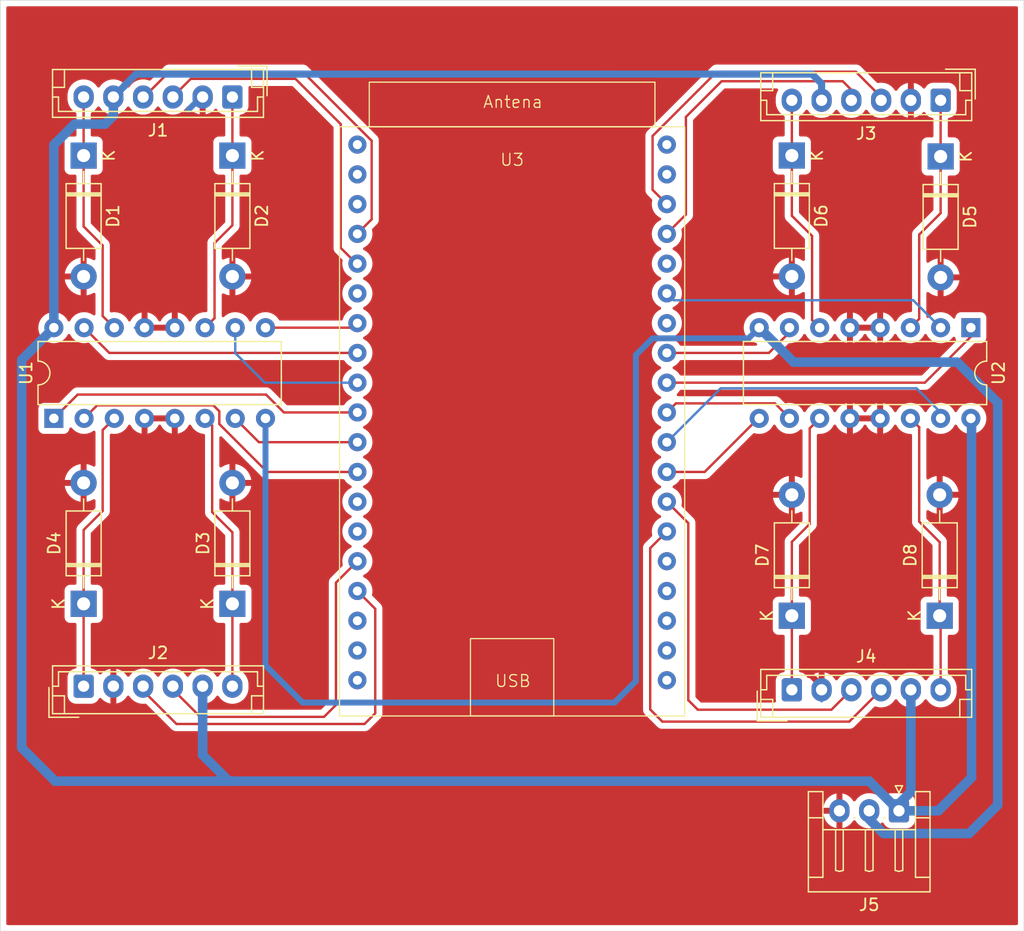
<source format=kicad_pcb>
(kicad_pcb (version 20241229) (generator "pcbnew") (generator_version "9.0")
  (title_block (title "Wheels PCB") (date "2025-04-01") (rev "1.0.0") (company "Manuel Piña Olivas"))
  (layers (0 "F.Cu" signal) (2 "B.Cu" signal) (13 "F.Paste" user) (15 "B.Paste" user) (5 "F.SilkS" user "F.Silkscreen") (7 "B.SilkS" user "B.Silkscreen") (1 "F.Mask" user) (3 "B.Mask" user) (25 "Edge.Cuts" user))
  (net 0 "")
  (net 1 "Net-(D1-K)")
  (net 2 "GND")
  (net 3 "Net-(D2-K)")
  (net 4 "Net-(D3-K)")
  (net 5 "Net-(D4-K)")
  (net 6 "Net-(D5-K)")
  (net 7 "Net-(D6-K)")
  (net 8 "Net-(D7-K)")
  (net 9 "Net-(D8-K)")
  (net 10 "Net-(J1-Pin_4)")
  (net 11 "Net-(J1-Pin_3)")
  (net 12 "+5V")
  (net 13 "Net-(J2-Pin_4)")
  (net 14 "Net-(J2-Pin_3)")
  (net 15 "Net-(J3-Pin_3)")
  (net 16 "Net-(J3-Pin_4)")
  (net 17 "Net-(J4-Pin_3)")
  (net 18 "Net-(J4-Pin_4)")
  (net 19 "+12V")
  (net 20 "Net-(U1-EN1,2)")
  (net 21 "Net-(U1-2A)")
  (net 22 "Net-(U1-4A)")
  (net 23 "Net-(U1-3A)")
  (net 24 "Net-(U1-EN3,4)")
  (net 25 "Net-(U1-1A)")
  (net 26 "Net-(U2-2A)")
  (net 27 "Net-(U2-3A)")
  (net 28 "Net-(U2-EN3,4)")
  (net 29 "Net-(U2-EN1,2)")
  (net 30 "Net-(U2-4A)")
  (net 31 "Net-(U2-1A)")
  (footprint "Package_DIP:DIP-16_W7.62mm" (layer "F.Cu") (at 113.5 88.725 90)
    (property "Reference" "U1" (at 3.81 -2.33 90) (layer "F.SilkS"))
    (property "Value" "L293D")
    (fp_line (start 6.46 -1.33) (end 4.81 -1.33) (stroke (width 0.12)) (layer "F.SilkS"))
    (fp_line (start 2.81 -1.33) (end 1.16 -1.33) (stroke (width 0.12)) (layer "F.SilkS"))
    (fp_line (start 1.16 -1.33) (end 1.16 19.11) (stroke (width 0.12)) (layer "F.SilkS"))
    (fp_line (start 6.46 19.11) (end 6.46 -1.33) (stroke (width 0.12)) (layer "F.SilkS"))
    (fp_line (start 1.16 19.11) (end 6.46 19.11) (stroke (width 0.12)) (layer "F.SilkS"))
    (fp_arc (start 4.81 -1.33) (mid 3.81 -0.33) (end 2.81 -1.33) (stroke (width 0.12)) (layer "F.SilkS"))
    (pad "1" thru_hole rect (at 0 0 90) (size 1.6 1.6) (drill 0.8) (layers "*.Cu" "*.Mask") (net 20 "Net-(U1-EN1,2)"))
    (pad "2" thru_hole oval (at 0 2.54 90) (size 1.6 1.6) (drill 0.8) (layers "*.Cu" "*.Mask") (net 25 "Net-(U1-1A)"))
    (pad "3" thru_hole oval (at 0 5.08 90) (size 1.6 1.6) (drill 0.8) (layers "*.Cu" "*.Mask") (net 5 "Net-(D4-K)"))
    (pad "4" thru_hole oval (at 0 7.62 90) (size 1.6 1.6) (drill 0.8) (layers "*.Cu" "*.Mask") (net 2 "GND"))
    (pad "5" thru_hole oval (at 0 10.16 90) (size 1.6 1.6) (drill 0.8) (layers "*.Cu" "*.Mask") (net 2 "GND"))
    (pad "6" thru_hole oval (at 0 12.7 90) (size 1.6 1.6) (drill 0.8) (layers "*.Cu" "*.Mask") (net 4 "Net-(D3-K)"))
    (pad "7" thru_hole oval (at 0 15.24 90) (size 1.6 1.6) (drill 0.8) (layers "*.Cu" "*.Mask") (net 21 "Net-(U1-2A)"))
    (pad "8" thru_hole oval (at 0 17.78 90) (size 1.6 1.6) (drill 0.8) (layers "*.Cu" "*.Mask") (net 19 "+12V"))
    (pad "9" thru_hole oval (at 7.62 17.78 90) (size 1.6 1.6) (drill 0.8) (layers "*.Cu" "*.Mask") (net 24 "Net-(U1-EN3,4)"))
    (pad "10" thru_hole oval (at 7.62 15.24 90) (size 1.6 1.6) (drill 0.8) (layers "*.Cu" "*.Mask") (net 23 "Net-(U1-3A)"))
    (pad "11" thru_hole oval (at 7.62 12.7 90) (size 1.6 1.6) (drill 0.8) (layers "*.Cu" "*.Mask") (net 3 "Net-(D2-K)"))
    (pad "12" thru_hole oval (at 7.62 10.16 90) (size 1.6 1.6) (drill 0.8) (layers "*.Cu" "*.Mask") (net 2 "GND"))
    (pad "13" thru_hole oval (at 7.62 7.62 90) (size 1.6 1.6) (drill 0.8) (layers "*.Cu" "*.Mask") (net 2 "GND"))
    (pad "14" thru_hole oval (at 7.62 5.08 90) (size 1.6 1.6) (drill 0.8) (layers "*.Cu" "*.Mask") (net 1 "Net-(D1-K)"))
    (pad "15" thru_hole oval (at 7.62 2.54 90) (size 1.6 1.6) (drill 0.8) (layers "*.Cu" "*.Mask") (net 22 "Net-(U1-4A)"))
    (pad "16" thru_hole oval (at 7.62 0 90) (size 1.6 1.6) (drill 0.8) (layers "*.Cu" "*.Mask") (net 12 "+5V"))
  )
  (footprint "Diode_THT:D_DO-41_SOD81_P10.16mm_Horizontal" (layer "F.Cu") (at 128.5 104.305 90)
    (property "Reference" "D3" (at 5.08 -2.47 90) (layer "F.SilkS"))
    (property "Value" "1N4001")
    (fp_line (start 7.8 -1.47) (end 2.36 -1.47) (stroke (width 0.12)) (layer "F.SilkS"))
    (fp_line (start 3.38 -1.47) (end 3.38 1.47) (stroke (width 0.12)) (layer "F.SilkS"))
    (fp_line (start 3.26 -1.47) (end 3.26 1.47) (stroke (width 0.12)) (layer "F.SilkS"))
    (fp_line (start 3.14 -1.47) (end 3.14 1.47) (stroke (width 0.12)) (layer "F.SilkS"))
    (fp_line (start 2.36 -1.47) (end 2.36 1.47) (stroke (width 0.12)) (layer "F.SilkS"))
    (fp_line (start 8.82 0) (end 7.8 0) (stroke (width 0.12)) (layer "F.SilkS"))
    (fp_line (start 1.34 0) (end 2.36 0) (stroke (width 0.12)) (layer "F.SilkS"))
    (fp_line (start 7.8 1.47) (end 7.8 -1.47) (stroke (width 0.12)) (layer "F.SilkS"))
    (fp_line (start 2.36 1.47) (end 7.8 1.47) (stroke (width 0.12)) (layer "F.SilkS"))
    (fp_text user "K" (at 0 -2.1 90) (layer "F.SilkS"))
    (pad "1" thru_hole rect (at 0 0 90) (size 2.2 2.2) (drill 1.1) (layers "*.Cu" "*.Mask") (net 4 "Net-(D3-K)"))
    (pad "2" thru_hole oval (at 10.16 0 90) (size 2.2 2.2) (drill 1.1) (layers "*.Cu" "*.Mask") (net 2 "GND"))
  )
  (footprint "Connector_JST:JST_EH_S3B-EH_1x03_P2.50mm_Horizontal" (layer "F.Cu") (at 184.5 121.6925 180)
    (property "Reference" "J5" (at 2.5 -7.9 0) (layer "F.SilkS"))
    (property "Value" "Conn_01x03")
    (fp_line (start 7.61 1.61) (end 6.39 1.61) (stroke (width 0.12)) (layer "F.SilkS"))
    (fp_line (start 7.61 -5.59) (end 6.39 -5.59) (stroke (width 0.12)) (layer "F.SilkS"))
    (fp_line (start 7.61 -6.81) (end 7.61 1.61) (stroke (width 0.12)) (layer "F.SilkS"))
    (fp_line (start 6.39 1.61) (end 6.39 -0.59) (stroke (width 0.12)) (layer "F.SilkS"))
    (fp_line (start 6.39 -0.59) (end 7.61 -0.59) (stroke (width 0.12)) (layer "F.SilkS"))
    (fp_line (start 6.39 -5.59) (end 6.39 -0.59) (stroke (width 0.12)) (layer "F.SilkS"))
    (fp_line (start 5.32 -1.59) (end 5 -1.59) (stroke (width 0.12)) (layer "F.SilkS"))
    (fp_line (start 5.32 -5.01) (end 5.32 -1.59) (stroke (width 0.12)) (layer "F.SilkS"))
    (fp_line (start 5 -1.59) (end 4.68 -1.59) (stroke (width 0.12)) (layer "F.SilkS"))
    (fp_line (start 5 -5.09) (end 5.32 -5.01) (stroke (width 0.12)) (layer "F.SilkS"))
    (fp_line (start 4.68 -1.59) (end 4.68 -5.01) (stroke (width 0.12)) (layer "F.SilkS"))
    (fp_line (start 4.68 -5.01) (end 5 -5.09) (stroke (width 0.12)) (layer "F.SilkS"))
    (fp_line (start 3.67 -0.59) (end 3.83 -0.59) (stroke (width 0.12)) (layer "F.SilkS"))
    (fp_line (start 2.82 -1.59) (end 2.5 -1.59) (stroke (width 0.12)) (layer "F.SilkS"))
    (fp_line (start 2.82 -5.01) (end 2.82 -1.59) (stroke (width 0.12)) (layer "F.SilkS"))
    (fp_line (start 2.5 -1.59) (end 2.18 -1.59) (stroke (width 0.12)) (layer "F.SilkS"))
    (fp_line (start 2.5 -5.09) (end 2.82 -5.01) (stroke (width 0.12)) (layer "F.SilkS"))
    (fp_line (start 2.18 -1.59) (end 2.18 -5.01) (stroke (width 0.12)) (layer "F.SilkS"))
    (fp_line (start 2.18 -5.01) (end 2.5 -5.09) (stroke (width 0.12)) (layer "F.SilkS"))
    (fp_line (start 1.17 -0.59) (end 1.33 -0.59) (stroke (width 0.12)) (layer "F.SilkS"))
    (fp_line (start 0.32 -1.59) (end 0 -1.59) (stroke (width 0.12)) (layer "F.SilkS"))
    (fp_line (start 0.32 -5.01) (end 0.32 -1.59) (stroke (width 0.12)) (layer "F.SilkS"))
    (fp_line (start 0.3 2.1) (end 0 1.5) (stroke (width 0.12)) (layer "F.SilkS"))
    (fp_line (start 0 1.5) (end -0.3 2.1) (stroke (width 0.12)) (layer "F.SilkS"))
    (fp_line (start 0 -1.59) (end -0.32 -1.59) (stroke (width 0.12)) (layer "F.SilkS"))
    (fp_line (start 0 -5.09) (end 0.32 -5.01) (stroke (width 0.12)) (layer "F.SilkS"))
    (fp_line (start -0.3 2.1) (end 0.3 2.1) (stroke (width 0.12)) (layer "F.SilkS"))
    (fp_line (start -0.32 -1.59) (end -0.32 -5.01) (stroke (width 0.12)) (layer "F.SilkS"))
    (fp_line (start -0.32 -5.01) (end 0 -5.09) (stroke (width 0.12)) (layer "F.SilkS"))
    (fp_line (start -1.39 1.61) (end -2.61 1.61) (stroke (width 0.12)) (layer "F.SilkS"))
    (fp_line (start -1.39 -0.59) (end -1.39 1.61) (stroke (width 0.12)) (layer "F.SilkS"))
    (fp_line (start -1.39 -0.59) (end -2.61 -0.59) (stroke (width 0.12)) (layer "F.SilkS"))
    (fp_line (start -1.39 -1.59) (end 6.39 -1.59) (stroke (width 0.12)) (layer "F.SilkS"))
    (fp_line (start -1.39 -5.59) (end -1.39 -0.59) (stroke (width 0.12)) (layer "F.SilkS"))
    (fp_line (start -2.61 1.61) (end -2.61 -6.81) (stroke (width 0.12)) (layer "F.SilkS"))
    (fp_line (start -2.61 -5.59) (end -1.39 -5.59) (stroke (width 0.12)) (layer "F.SilkS"))
    (fp_line (start -2.61 -6.81) (end 7.61 -6.81) (stroke (width 0.12)) (layer "F.SilkS"))
    (pad "1" thru_hole roundrect (at 0 0 180) (size 1.7 1.95) (drill 0.95) (layers "*.Cu" "*.Mask") (roundrect_rratio 0.147059) (net 12 "+5V"))
    (pad "2" thru_hole oval (at 2.5 0 180) (size 1.7 1.95) (drill 0.95) (layers "*.Cu" "*.Mask") (net 19 "+12V"))
    (pad "3" thru_hole oval (at 5 0 180) (size 1.7 1.95) (drill 0.95) (layers "*.Cu" "*.Mask") (net 2 "GND"))
  )
  (footprint "Diode_THT:D_DO-41_SOD81_P10.16mm_Horizontal" (layer "F.Cu") (at 128.5 66.645 -90)
    (property "Reference" "D2" (at 5.08 -2.47 90) (layer "F.SilkS"))
    (property "Value" "1N4001")
    (fp_line (start 2.36 1.47) (end 7.8 1.47) (stroke (width 0.12)) (layer "F.SilkS"))
    (fp_line (start 7.8 1.47) (end 7.8 -1.47) (stroke (width 0.12)) (layer "F.SilkS"))
    (fp_line (start 1.34 0) (end 2.36 0) (stroke (width 0.12)) (layer "F.SilkS"))
    (fp_line (start 8.82 0) (end 7.8 0) (stroke (width 0.12)) (layer "F.SilkS"))
    (fp_line (start 2.36 -1.47) (end 2.36 1.47) (stroke (width 0.12)) (layer "F.SilkS"))
    (fp_line (start 3.14 -1.47) (end 3.14 1.47) (stroke (width 0.12)) (layer "F.SilkS"))
    (fp_line (start 3.26 -1.47) (end 3.26 1.47) (stroke (width 0.12)) (layer "F.SilkS"))
    (fp_line (start 3.38 -1.47) (end 3.38 1.47) (stroke (width 0.12)) (layer "F.SilkS"))
    (fp_line (start 7.8 -1.47) (end 2.36 -1.47) (stroke (width 0.12)) (layer "F.SilkS"))
    (fp_text user "K" (at 0 -2.1 90) (layer "F.SilkS"))
    (pad "1" thru_hole rect (at 0 0 270) (size 2.2 2.2) (drill 1.1) (layers "*.Cu" "*.Mask") (net 3 "Net-(D2-K)"))
    (pad "2" thru_hole oval (at 10.16 0 270) (size 2.2 2.2) (drill 1.1) (layers "*.Cu" "*.Mask") (net 2 "GND"))
  )
  (footprint "Connector_JST:JST_EH_B6B-EH-A_1x06_P2.50mm_Vertical" (layer "F.Cu") (at 116 111.225)
    (property "Reference" "J2" (at 6.25 -2.8 0) (layer "F.SilkS"))
    (property "Value" "Motor_2")
    (fp_line (start -2.91 0.11) (end -2.91 2.61) (stroke (width 0.12)) (layer "F.SilkS"))
    (fp_line (start -2.91 2.61) (end -0.41 2.61) (stroke (width 0.12)) (layer "F.SilkS"))
    (fp_line (start -2.61 -1.71) (end -2.61 2.31) (stroke (width 0.12)) (layer "F.SilkS"))
    (fp_line (start -2.61 0) (end -2.11 0) (stroke (width 0.12)) (layer "F.SilkS"))
    (fp_line (start -2.61 0.81) (end -1.61 0.81) (stroke (width 0.12)) (layer "F.SilkS"))
    (fp_line (start -2.61 2.31) (end 15.11 2.31) (stroke (width 0.12)) (layer "F.SilkS"))
    (fp_line (start -2.11 -1.21) (end 14.61 -1.21) (stroke (width 0.12)) (layer "F.SilkS"))
    (fp_line (start -2.11 0) (end -2.11 -1.21) (stroke (width 0.12)) (layer "F.SilkS"))
    (fp_line (start -1.61 0.81) (end -1.61 2.31) (stroke (width 0.12)) (layer "F.SilkS"))
    (fp_line (start 14.11 0.81) (end 14.11 2.31) (stroke (width 0.12)) (layer "F.SilkS"))
    (fp_line (start 14.61 -1.21) (end 14.61 0) (stroke (width 0.12)) (layer "F.SilkS"))
    (fp_line (start 14.61 0) (end 15.11 0) (stroke (width 0.12)) (layer "F.SilkS"))
    (fp_line (start 15.11 -1.71) (end -2.61 -1.71) (stroke (width 0.12)) (layer "F.SilkS"))
    (fp_line (start 15.11 0.81) (end 14.11 0.81) (stroke (width 0.12)) (layer "F.SilkS"))
    (fp_line (start 15.11 2.31) (end 15.11 -1.71) (stroke (width 0.12)) (layer "F.SilkS"))
    (pad "1" thru_hole roundrect (at 0 0) (size 1.7 1.95) (drill 0.95) (layers "*.Cu" "*.Mask") (roundrect_rratio 0.147059) (net 5 "Net-(D4-K)"))
    (pad "2" thru_hole oval (at 2.5 0) (size 1.7 1.95) (drill 0.95) (layers "*.Cu" "*.Mask") (net 2 "GND"))
    (pad "3" thru_hole oval (at 5 0) (size 1.7 1.95) (drill 0.95) (layers "*.Cu" "*.Mask") (net 14 "Net-(J2-Pin_3)"))
    (pad "4" thru_hole oval (at 7.5 0) (size 1.7 1.95) (drill 0.95) (layers "*.Cu" "*.Mask") (net 13 "Net-(J2-Pin_4)"))
    (pad "5" thru_hole oval (at 10 0) (size 1.7 1.95) (drill 0.95) (layers "*.Cu" "*.Mask") (net 12 "+5V"))
    (pad "6" thru_hole oval (at 12.5 0) (size 1.7 1.95) (drill 0.95) (layers "*.Cu" "*.Mask") (net 4 "Net-(D3-K)"))
  )
  (footprint "Diode_THT:D_DO-41_SOD81_P10.16mm_Horizontal" (layer "F.Cu") (at 175.5 105.305 90)
    (property "Reference" "D7" (at 5.08 -2.47 90) (layer "F.SilkS"))
    (property "Value" "1N4001" (hide yes))
    (fp_line (start 7.8 -1.47) (end 2.36 -1.47) (stroke (width 0.12)) (layer "F.SilkS"))
    (fp_line (start 3.38 -1.47) (end 3.38 1.47) (stroke (width 0.12)) (layer "F.SilkS"))
    (fp_line (start 3.26 -1.47) (end 3.26 1.47) (stroke (width 0.12)) (layer "F.SilkS"))
    (fp_line (start 3.14 -1.47) (end 3.14 1.47) (stroke (width 0.12)) (layer "F.SilkS"))
    (fp_line (start 2.36 -1.47) (end 2.36 1.47) (stroke (width 0.12)) (layer "F.SilkS"))
    (fp_line (start 8.82 0) (end 7.8 0) (stroke (width 0.12)) (layer "F.SilkS"))
    (fp_line (start 1.34 0) (end 2.36 0) (stroke (width 0.12)) (layer "F.SilkS"))
    (fp_line (start 7.8 1.47) (end 7.8 -1.47) (stroke (width 0.12)) (layer "F.SilkS"))
    (fp_line (start 2.36 1.47) (end 7.8 1.47) (stroke (width 0.12)) (layer "F.SilkS"))
    (fp_text user "K" (at 0 -2.1 90) (layer "F.SilkS"))
    (pad "1" thru_hole rect (at 0 0 90) (size 2.2 2.2) (drill 1.1) (layers "*.Cu" "*.Mask") (net 8 "Net-(D7-K)"))
    (pad "2" thru_hole oval (at 10.16 0 90) (size 2.2 2.2) (drill 1.1) (layers "*.Cu" "*.Mask") (net 2 "GND"))
  )
  (footprint "Connector_JST:JST_EH_B6B-EH-A_1x06_P2.50mm_Vertical" (layer "F.Cu") (at 128.5 61.725 180)
    (property "Reference" "J1" (at 6.25 -2.8 0) (layer "F.SilkS"))
    (property "Value" "Motor_1")
    (fp_line (start 15.11 2.31) (end 15.11 -1.71) (stroke (width 0.12)) (layer "F.SilkS"))
    (fp_line (start 15.11 0.81) (end 14.11 0.81) (stroke (width 0.12)) (layer "F.SilkS"))
    (fp_line (start 15.11 -1.71) (end -2.61 -1.71) (stroke (width 0.12)) (layer "F.SilkS"))
    (fp_line (start 14.61 0) (end 15.11 0) (stroke (width 0.12)) (layer "F.SilkS"))
    (fp_line (start 14.61 -1.21) (end 14.61 0) (stroke (width 0.12)) (layer "F.SilkS"))
    (fp_line (start 14.11 0.81) (end 14.11 2.31) (stroke (width 0.12)) (layer "F.SilkS"))
    (fp_line (start -1.61 0.81) (end -1.61 2.31) (stroke (width 0.12)) (layer "F.SilkS"))
    (fp_line (start -2.11 0) (end -2.11 -1.21) (stroke (width 0.12)) (layer "F.SilkS"))
    (fp_line (start -2.11 -1.21) (end 14.61 -1.21) (stroke (width 0.12)) (layer "F.SilkS"))
    (fp_line (start -2.61 2.31) (end 15.11 2.31) (stroke (width 0.12)) (layer "F.SilkS"))
    (fp_line (start -2.61 0.81) (end -1.61 0.81) (stroke (width 0.12)) (layer "F.SilkS"))
    (fp_line (start -2.61 0) (end -2.11 0) (stroke (width 0.12)) (layer "F.SilkS"))
    (fp_line (start -2.61 -1.71) (end -2.61 2.31) (stroke (width 0.12)) (layer "F.SilkS"))
    (fp_line (start -2.91 2.61) (end -0.41 2.61) (stroke (width 0.12)) (layer "F.SilkS"))
    (fp_line (start -2.91 0.11) (end -2.91 2.61) (stroke (width 0.12)) (layer "F.SilkS"))
    (pad "1" thru_hole roundrect (at 0 0 180) (size 1.7 1.95) (drill 0.95) (layers "*.Cu" "*.Mask") (roundrect_rratio 0.147059) (net 3 "Net-(D2-K)"))
    (pad "2" thru_hole oval (at 2.5 0 180) (size 1.7 1.95) (drill 0.95) (layers "*.Cu" "*.Mask") (net 2 "GND"))
    (pad "3" thru_hole oval (at 5 0 180) (size 1.7 1.95) (drill 0.95) (layers "*.Cu" "*.Mask") (net 11 "Net-(J1-Pin_3)"))
    (pad "4" thru_hole oval (at 7.5 0 180) (size 1.7 1.95) (drill 0.95) (layers "*.Cu" "*.Mask") (net 10 "Net-(J1-Pin_4)"))
    (pad "5" thru_hole oval (at 10 0 180) (size 1.7 1.95) (drill 0.95) (layers "*.Cu" "*.Mask") (net 12 "+5V"))
    (pad "6" thru_hole oval (at 12.5 0 180) (size 1.7 1.95) (drill 0.95) (layers "*.Cu" "*.Mask") (net 1 "Net-(D1-K)"))
  )
  (footprint "Connector_JST:JST_EH_B6B-EH-A_1x06_P2.50mm_Vertical" (layer "F.Cu") (at 188 62 180)
    (property "Reference" "J3" (at 6.25 -2.8 0) (layer "F.SilkS"))
    (property "Value" "Motor_3")
    (fp_line (start 15.11 2.31) (end 15.11 -1.71) (stroke (width 0.12)) (layer "F.SilkS"))
    (fp_line (start 15.11 0.81) (end 14.11 0.81) (stroke (width 0.12)) (layer "F.SilkS"))
    (fp_line (start 15.11 -1.71) (end -2.61 -1.71) (stroke (width 0.12)) (layer "F.SilkS"))
    (fp_line (start 14.61 0) (end 15.11 0) (stroke (width 0.12)) (layer "F.SilkS"))
    (fp_line (start 14.61 -1.21) (end 14.61 0) (stroke (width 0.12)) (layer "F.SilkS"))
    (fp_line (start 14.11 0.81) (end 14.11 2.31) (stroke (width 0.12)) (layer "F.SilkS"))
    (fp_line (start -1.61 0.81) (end -1.61 2.31) (stroke (width 0.12)) (layer "F.SilkS"))
    (fp_line (start -2.11 0) (end -2.11 -1.21) (stroke (width 0.12)) (layer "F.SilkS"))
    (fp_line (start -2.11 -1.21) (end 14.61 -1.21) (stroke (width 0.12)) (layer "F.SilkS"))
    (fp_line (start -2.61 2.31) (end 15.11 2.31) (stroke (width 0.12)) (layer "F.SilkS"))
    (fp_line (start -2.61 0.81) (end -1.61 0.81) (stroke (width 0.12)) (layer "F.SilkS"))
    (fp_line (start -2.61 0) (end -2.11 0) (stroke (width 0.12)) (layer "F.SilkS"))
    (fp_line (start -2.61 -1.71) (end -2.61 2.31) (stroke (width 0.12)) (layer "F.SilkS"))
    (fp_line (start -2.91 2.61) (end -0.41 2.61) (stroke (width 0.12)) (layer "F.SilkS"))
    (fp_line (start -2.91 0.11) (end -2.91 2.61) (stroke (width 0.12)) (layer "F.SilkS"))
    (pad "1" thru_hole roundrect (at 0 0 180) (size 1.7 1.95) (drill 0.95) (layers "*.Cu" "*.Mask") (roundrect_rratio 0.147059) (net 6 "Net-(D5-K)"))
    (pad "2" thru_hole oval (at 2.5 0 180) (size 1.7 1.95) (drill 0.95) (layers "*.Cu" "*.Mask") (net 2 "GND"))
    (pad "3" thru_hole oval (at 5 0 180) (size 1.7 1.95) (drill 0.95) (layers "*.Cu" "*.Mask") (net 15 "Net-(J3-Pin_3)"))
    (pad "4" thru_hole oval (at 7.5 0 180) (size 1.7 1.95) (drill 0.95) (layers "*.Cu" "*.Mask") (net 16 "Net-(J3-Pin_4)"))
    (pad "5" thru_hole oval (at 10 0 180) (size 1.7 1.95) (drill 0.95) (layers "*.Cu" "*.Mask") (net 12 "+5V"))
    (pad "6" thru_hole oval (at 12.5 0 180) (size 1.7 1.95) (drill 0.95) (layers "*.Cu" "*.Mask") (net 7 "Net-(D6-K)"))
  )
  (footprint "Diode_THT:D_DO-41_SOD81_P10.16mm_Horizontal" (layer "F.Cu") (at 187.92 105.305 90)
    (property "Reference" "D8" (at 5.08 -2.47 90) (layer "F.SilkS"))
    (property "Value" "1N4001")
    (fp_line (start 7.8 -1.47) (end 2.36 -1.47) (stroke (width 0.12)) (layer "F.SilkS"))
    (fp_line (start 3.38 -1.47) (end 3.38 1.47) (stroke (width 0.12)) (layer "F.SilkS"))
    (fp_line (start 3.26 -1.47) (end 3.26 1.47) (stroke (width 0.12)) (layer "F.SilkS"))
    (fp_line (start 3.14 -1.47) (end 3.14 1.47) (stroke (width 0.12)) (layer "F.SilkS"))
    (fp_line (start 2.36 -1.47) (end 2.36 1.47) (stroke (width 0.12)) (layer "F.SilkS"))
    (fp_line (start 8.82 0) (end 7.8 0) (stroke (width 0.12)) (layer "F.SilkS"))
    (fp_line (start 1.34 0) (end 2.36 0) (stroke (width 0.12)) (layer "F.SilkS"))
    (fp_line (start 7.8 1.47) (end 7.8 -1.47) (stroke (width 0.12)) (layer "F.SilkS"))
    (fp_line (start 2.36 1.47) (end 7.8 1.47) (stroke (width 0.12)) (layer "F.SilkS"))
    (fp_text user "K" (at 0 -2.1 90) (layer "F.SilkS"))
    (pad "1" thru_hole rect (at 0 0 90) (size 2.2 2.2) (drill 1.1) (layers "*.Cu" "*.Mask") (net 9 "Net-(D8-K)"))
    (pad "2" thru_hole oval (at 10.16 0 90) (size 2.2 2.2) (drill 1.1) (layers "*.Cu" "*.Mask") (net 2 "GND"))
  )
  (footprint "Diode_THT:D_DO-41_SOD81_P10.16mm_Horizontal" (layer "F.Cu") (at 175.5 66.64 -90)
    (property "Reference" "D6" (at 5.08 -2.47 90) (layer "F.SilkS"))
    (property "Value" "1N4001")
    (fp_line (start 2.36 1.47) (end 7.8 1.47) (stroke (width 0.12)) (layer "F.SilkS"))
    (fp_line (start 7.8 1.47) (end 7.8 -1.47) (stroke (width 0.12)) (layer "F.SilkS"))
    (fp_line (start 1.34 0) (end 2.36 0) (stroke (width 0.12)) (layer "F.SilkS"))
    (fp_line (start 8.82 0) (end 7.8 0) (stroke (width 0.12)) (layer "F.SilkS"))
    (fp_line (start 2.36 -1.47) (end 2.36 1.47) (stroke (width 0.12)) (layer "F.SilkS"))
    (fp_line (start 3.14 -1.47) (end 3.14 1.47) (stroke (width 0.12)) (layer "F.SilkS"))
    (fp_line (start 3.26 -1.47) (end 3.26 1.47) (stroke (width 0.12)) (layer "F.SilkS"))
    (fp_line (start 3.38 -1.47) (end 3.38 1.47) (stroke (width 0.12)) (layer "F.SilkS"))
    (fp_line (start 7.8 -1.47) (end 2.36 -1.47) (stroke (width 0.12)) (layer "F.SilkS"))
    (fp_text user "K" (at 0 -2.1 90) (layer "F.SilkS"))
    (pad "1" thru_hole rect (at 0 0 270) (size 2.2 2.2) (drill 1.1) (layers "*.Cu" "*.Mask") (net 7 "Net-(D6-K)"))
    (pad "2" thru_hole oval (at 10.16 0 270) (size 2.2 2.2) (drill 1.1) (layers "*.Cu" "*.Mask") (net 2 "GND"))
  )
  (footprint "Diode_THT:D_DO-41_SOD81_P10.16mm_Horizontal" (layer "F.Cu") (at 116 66.645 -90)
    (property "Reference" "D1" (at 5.08 -2.47 90) (layer "F.SilkS"))
    (property "Value" "1N4001")
    (fp_line (start 2.36 1.47) (end 7.8 1.47) (stroke (width 0.12)) (layer "F.SilkS"))
    (fp_line (start 7.8 1.47) (end 7.8 -1.47) (stroke (width 0.12)) (layer "F.SilkS"))
    (fp_line (start 1.34 0) (end 2.36 0) (stroke (width 0.12)) (layer "F.SilkS"))
    (fp_line (start 8.82 0) (end 7.8 0) (stroke (width 0.12)) (layer "F.SilkS"))
    (fp_line (start 2.36 -1.47) (end 2.36 1.47) (stroke (width 0.12)) (layer "F.SilkS"))
    (fp_line (start 3.14 -1.47) (end 3.14 1.47) (stroke (width 0.12)) (layer "F.SilkS"))
    (fp_line (start 3.26 -1.47) (end 3.26 1.47) (stroke (width 0.12)) (layer "F.SilkS"))
    (fp_line (start 3.38 -1.47) (end 3.38 1.47) (stroke (width 0.12)) (layer "F.SilkS"))
    (fp_line (start 7.8 -1.47) (end 2.36 -1.47) (stroke (width 0.12)) (layer "F.SilkS"))
    (fp_text user "K" (at 0 -2.1 90) (layer "F.SilkS"))
    (pad "1" thru_hole rect (at 0 0 270) (size 2.2 2.2) (drill 1.1) (layers "*.Cu" "*.Mask") (net 1 "Net-(D1-K)"))
    (pad "2" thru_hole oval (at 10.16 0 270) (size 2.2 2.2) (drill 1.1) (layers "*.Cu" "*.Mask") (net 2 "GND"))
  )
  (footprint "Connector_JST:JST_EH_B6B-EH-A_1x06_P2.50mm_Vertical" (layer "F.Cu") (at 175.5 111.525)
    (property "Reference" "J4" (at 6.25 -2.8 0) (layer "F.SilkS"))
    (property "Value" "Motor_4")
    (fp_line (start -2.91 0.11) (end -2.91 2.61) (stroke (width 0.12)) (layer "F.SilkS"))
    (fp_line (start -2.91 2.61) (end -0.41 2.61) (stroke (width 0.12)) (layer "F.SilkS"))
    (fp_line (start -2.61 -1.71) (end -2.61 2.31) (stroke (width 0.12)) (layer "F.SilkS"))
    (fp_line (start -2.61 0) (end -2.11 0) (stroke (width 0.12)) (layer "F.SilkS"))
    (fp_line (start -2.61 0.81) (end -1.61 0.81) (stroke (width 0.12)) (layer "F.SilkS"))
    (fp_line (start -2.61 2.31) (end 15.11 2.31) (stroke (width 0.12)) (layer "F.SilkS"))
    (fp_line (start -2.11 -1.21) (end 14.61 -1.21) (stroke (width 0.12)) (layer "F.SilkS"))
    (fp_line (start -2.11 0) (end -2.11 -1.21) (stroke (width 0.12)) (layer "F.SilkS"))
    (fp_line (start -1.61 0.81) (end -1.61 2.31) (stroke (width 0.12)) (layer "F.SilkS"))
    (fp_line (start 14.11 0.81) (end 14.11 2.31) (stroke (width 0.12)) (layer "F.SilkS"))
    (fp_line (start 14.61 -1.21) (end 14.61 0) (stroke (width 0.12)) (layer "F.SilkS"))
    (fp_line (start 14.61 0) (end 15.11 0) (stroke (width 0.12)) (layer "F.SilkS"))
    (fp_line (start 15.11 -1.71) (end -2.61 -1.71) (stroke (width 0.12)) (layer "F.SilkS"))
    (fp_line (start 15.11 0.81) (end 14.11 0.81) (stroke (width 0.12)) (layer "F.SilkS"))
    (fp_line (start 15.11 2.31) (end 15.11 -1.71) (stroke (width 0.12)) (layer "F.SilkS"))
    (pad "1" thru_hole roundrect (at 0 0) (size 1.7 1.95) (drill 0.95) (layers "*.Cu" "*.Mask") (roundrect_rratio 0.147059) (net 8 "Net-(D7-K)"))
    (pad "2" thru_hole oval (at 2.5 0) (size 1.7 1.95) (drill 0.95) (layers "*.Cu" "*.Mask") (net 2 "GND"))
    (pad "3" thru_hole oval (at 5 0) (size 1.7 1.95) (drill 0.95) (layers "*.Cu" "*.Mask") (net 17 "Net-(J4-Pin_3)"))
    (pad "4" thru_hole oval (at 7.5 0) (size 1.7 1.95) (drill 0.95) (layers "*.Cu" "*.Mask") (net 18 "Net-(J4-Pin_4)"))
    (pad "5" thru_hole oval (at 10 0) (size 1.7 1.95) (drill 0.95) (layers "*.Cu" "*.Mask") (net 12 "+5V"))
    (pad "6" thru_hole oval (at 12.5 0) (size 1.7 1.95) (drill 0.95) (layers "*.Cu" "*.Mask") (net 9 "Net-(D8-K)"))
  )
  (footprint "Diode_THT:D_DO-41_SOD81_P10.16mm_Horizontal" (layer "F.Cu") (at 188 66.72 -90)
    (property "Reference" "D5" (at 5.08 -2.47 90) (layer "F.SilkS"))
    (property "Value" "1N4001")
    (fp_line (start 2.36 1.47) (end 7.8 1.47) (stroke (width 0.12)) (layer "F.SilkS"))
    (fp_line (start 7.8 1.47) (end 7.8 -1.47) (stroke (width 0.12)) (layer "F.SilkS"))
    (fp_line (start 1.34 0) (end 2.36 0) (stroke (width 0.12)) (layer "F.SilkS"))
    (fp_line (start 8.82 0) (end 7.8 0) (stroke (width 0.12)) (layer "F.SilkS"))
    (fp_line (start 2.36 -1.47) (end 2.36 1.47) (stroke (width 0.12)) (layer "F.SilkS"))
    (fp_line (start 3.14 -1.47) (end 3.14 1.47) (stroke (width 0.12)) (layer "F.SilkS"))
    (fp_line (start 3.26 -1.47) (end 3.26 1.47) (stroke (width 0.12)) (layer "F.SilkS"))
    (fp_line (start 3.38 -1.47) (end 3.38 1.47) (stroke (width 0.12)) (layer "F.SilkS"))
    (fp_line (start 7.8 -1.47) (end 2.36 -1.47) (stroke (width 0.12)) (layer "F.SilkS"))
    (fp_text user "K" (at 0 -2.1 90) (layer "F.SilkS"))
    (pad "1" thru_hole rect (at 0 0 270) (size 2.2 2.2) (drill 1.1) (layers "*.Cu" "*.Mask") (net 6 "Net-(D5-K)"))
    (pad "2" thru_hole oval (at 10.16 0 270) (size 2.2 2.2) (drill 1.1) (layers "*.Cu" "*.Mask") (net 2 "GND"))
  )
  (footprint "ESP32S_38P:ESP32S_38P" (layer "F.Cu") (at 152 54.475)
    (property "Reference" "U3" (at 0 12.525 0) (layer "F.SilkS") (effects (font (thickness 0.1))))
    (property "Value" "ESP32S_38P")
    (fp_rect (start -14.5 9.75) (end 14.5 59.25) (stroke (width 0.1)) (fill no) (layer "F.SilkS"))
    (fp_rect (start -12 6) (end 12 9.75) (stroke (width 0.1)) (fill no) (layer "F.SilkS"))
    (fp_rect (start -3.5 52.75) (end 3.5 59.25) (stroke (width 0.1)) (fill no) (layer "F.SilkS"))
    (fp_text user "Antena" (at -2.5 8.25 0) (layer "F.SilkS") (effects (font (thickness 0.1)) (justify left bottom)))
    (fp_text user "USB" (at -1.5 56.9 0) (layer "F.SilkS") (effects (font (thickness 0.1)) (justify left bottom)))
    (pad "1" thru_hole circle (at -13 11.25) (size 1.524 1.524) (drill 0.762) (layers "*.Cu" "*.Mask"))
    (pad "2" thru_hole circle (at -13 13.75) (size 1.524 1.524) (drill 0.762) (layers "*.Cu" "*.Mask"))
    (pad "3" thru_hole circle (at -13 16.25) (size 1.524 1.524) (drill 0.762) (layers "*.Cu" "*.Mask"))
    (pad "4" thru_hole circle (at -13 18.75) (size 1.524 1.524) (drill 0.762) (layers "*.Cu" "*.Mask") (net 10 "Net-(J1-Pin_4)"))
    (pad "5" thru_hole circle (at -13 21.25) (size 1.524 1.524) (drill 0.762) (layers "*.Cu" "*.Mask") (net 11 "Net-(J1-Pin_3)"))
    (pad "6" thru_hole circle (at -13 23.75) (size 1.524 1.524) (drill 0.762) (layers "*.Cu" "*.Mask"))
    (pad "7" thru_hole circle (at -13 26.25) (size 1.524 1.524) (drill 0.762) (layers "*.Cu" "*.Mask") (net 24 "Net-(U1-EN3,4)"))
    (pad "8" thru_hole circle (at -13 28.75) (size 1.524 1.524) (drill 0.762) (layers "*.Cu" "*.Mask") (net 22 "Net-(U1-4A)"))
    (pad "9" thru_hole circle (at -13 31.25) (size 1.524 1.524) (drill 0.762) (layers "*.Cu" "*.Mask") (net 23 "Net-(U1-3A)"))
    (pad "10" thru_hole circle (at -13 33.75) (size 1.524 1.524) (drill 0.762) (layers "*.Cu" "*.Mask") (net 20 "Net-(U1-EN1,2)"))
    (pad "11" thru_hole circle (at -13 36.25) (size 1.524 1.524) (drill 0.762) (layers "*.Cu" "*.Mask") (net 21 "Net-(U1-2A)"))
    (pad "12" thru_hole circle (at -13 38.75) (size 1.524 1.524) (drill 0.762) (layers "*.Cu" "*.Mask") (net 25 "Net-(U1-1A)"))
    (pad "13" thru_hole circle (at -13 41.25) (size 1.524 1.524) (drill 0.762) (layers "*.Cu" "*.Mask"))
    (pad "14" thru_hole circle (at -13 43.75) (size 1.524 1.524) (drill 0.762) (layers "*.Cu" "*.Mask"))
    (pad "15" thru_hole circle (at -13 46.25) (size 1.524 1.524) (drill 0.762) (layers "*.Cu" "*.Mask") (net 13 "Net-(J2-Pin_4)"))
    (pad "16" thru_hole circle (at -13 48.75) (size 1.524 1.524) (drill 0.762) (layers "*.Cu" "*.Mask") (net 14 "Net-(J2-Pin_3)"))
    (pad "17" thru_hole circle (at -13 51.25) (size 1.524 1.524) (drill 0.762) (layers "*.Cu" "*.Mask"))
    (pad "18" thru_hole circle (at -13 53.75) (size 1.524 1.524) (drill 0.762) (layers "*.Cu" "*.Mask"))
    (pad "19" thru_hole circle (at -13 56.25) (size 1.524 1.524) (drill 0.762) (layers "*.Cu" "*.Mask"))
    (pad "20" thru_hole circle (at 13 56.25) (size 1.524 1.524) (drill 0.762) (layers "*.Cu" "*.Mask"))
    (pad "21" thru_hole circle (at 13 53.75) (size 1.524 1.524) (drill 0.762) (layers "*.Cu" "*.Mask"))
    (pad "22" thru_hole circle (at 13 51.25) (size 1.524 1.524) (drill 0.762) (layers "*.Cu" "*.Mask"))
    (pad "23" thru_hole circle (at 13 48.75) (size 1.524 1.524) (drill 0.762) (layers "*.Cu" "*.Mask"))
    (pad "24" thru_hole circle (at 13 46.25) (size 1.524 1.524) (drill 0.762) (layers "*.Cu" "*.Mask"))
    (pad "25" thru_hole circle (at 13 43.75) (size 1.524 1.524) (drill 0.762) (layers "*.Cu" "*.Mask") (net 18 "Net-(J4-Pin_4)"))
    (pad "26" thru_hole circle (at 13 41.25) (size 1.524 1.524) (drill 0.762) (layers "*.Cu" "*.Mask") (net 17 "Net-(J4-Pin_3)"))
    (pad "27" thru_hole circle (at 13 38.75) (size 1.524 1.524) (drill 0.762) (layers "*.Cu" "*.Mask") (net 28 "Net-(U2-EN3,4)"))
    (pad "28" thru_hole circle (at 13 36.25) (size 1.524 1.524) (drill 0.762) (layers "*.Cu" "*.Mask") (net 30 "Net-(U2-4A)"))
    (pad "29" thru_hole circle (at 13 33.75) (size 1.524 1.524) (drill 0.762) (layers "*.Cu" "*.Mask") (net 27 "Net-(U2-3A)"))
    (pad "30" thru_hole circle (at 13 31.25) (size 1.524 1.524) (drill 0.762) (layers "*.Cu" "*.Mask") (net 29 "Net-(U2-EN1,2)"))
    (pad "31" thru_hole circle (at 13 28.75) (size 1.524 1.524) (drill 0.762) (layers "*.Cu" "*.Mask") (net 26 "Net-(U2-2A)"))
    (pad "32" thru_hole circle (at 13 26.25) (size 1.524 1.524) (drill 0.762) (layers "*.Cu" "*.Mask"))
    (pad "33" thru_hole circle (at 13 23.75) (size 1.524 1.524) (drill 0.762) (layers "*.Cu" "*.Mask") (net 31 "Net-(U2-1A)"))
    (pad "34" thru_hole circle (at 13 21.25) (size 1.524 1.524) (drill 0.762) (layers "*.Cu" "*.Mask"))
    (pad "35" thru_hole circle (at 13 18.75) (size 1.524 1.524) (drill 0.762) (layers "*.Cu" "*.Mask") (net 16 "Net-(J3-Pin_4)"))
    (pad "36" thru_hole circle (at 13 16.25) (size 1.524 1.524) (drill 0.762) (layers "*.Cu" "*.Mask") (net 15 "Net-(J3-Pin_3)"))
    (pad "37" thru_hole circle (at 13 13.75) (size 1.524 1.524) (drill 0.762) (layers "*.Cu" "*.Mask"))
    (pad "38" thru_hole circle (at 13 11.25) (size 1.524 1.524) (drill 0.762) (layers "*.Cu" "*.Mask") (net 2 "GND"))
  )
  (footprint "Diode_THT:D_DO-41_SOD81_P10.16mm_Horizontal" (layer "F.Cu") (at 116 104.305 90)
    (property "Reference" "D4" (at 5.08 -2.47 90) (layer "F.SilkS"))
    (property "Value" "1N4001")
    (fp_line (start 7.8 -1.47) (end 2.36 -1.47) (stroke (width 0.12)) (layer "F.SilkS"))
    (fp_line (start 3.38 -1.47) (end 3.38 1.47) (stroke (width 0.12)) (layer "F.SilkS"))
    (fp_line (start 3.26 -1.47) (end 3.26 1.47) (stroke (width 0.12)) (layer "F.SilkS"))
    (fp_line (start 3.14 -1.47) (end 3.14 1.47) (stroke (width 0.12)) (layer "F.SilkS"))
    (fp_line (start 2.36 -1.47) (end 2.36 1.47) (stroke (width 0.12)) (layer "F.SilkS"))
    (fp_line (start 8.82 0) (end 7.8 0) (stroke (width 0.12)) (layer "F.SilkS"))
    (fp_line (start 1.34 0) (end 2.36 0) (stroke (width 0.12)) (layer "F.SilkS"))
    (fp_line (start 7.8 1.47) (end 7.8 -1.47) (stroke (width 0.12)) (layer "F.SilkS"))
    (fp_line (start 2.36 1.47) (end 7.8 1.47) (stroke (width 0.12)) (layer "F.SilkS"))
    (fp_text user "K" (at 0 -2.1 90) (layer "F.SilkS"))
    (pad "1" thru_hole rect (at 0 0 90) (size 2.2 2.2) (drill 1.1) (layers "*.Cu" "*.Mask") (net 5 "Net-(D4-K)"))
    (pad "2" thru_hole oval (at 10.16 0 90) (size 2.2 2.2) (drill 1.1) (layers "*.Cu" "*.Mask") (net 2 "GND"))
  )
  (footprint "Package_DIP:DIP-16_W7.62mm" (layer "F.Cu") (at 190.54 81.105 -90)
    (property "Reference" "U2" (at 3.81 -2.33 90) (layer "F.SilkS"))
    (property "Value" "L293D")
    (fp_line (start 1.16 19.11) (end 6.46 19.11) (stroke (width 0.12)) (layer "F.SilkS"))
    (fp_line (start 6.46 19.11) (end 6.46 -1.33) (stroke (width 0.12)) (layer "F.SilkS"))
    (fp_line (start 1.16 -1.33) (end 1.16 19.11) (stroke (width 0.12)) (layer "F.SilkS"))
    (fp_line (start 2.81 -1.33) (end 1.16 -1.33) (stroke (width 0.12)) (layer "F.SilkS"))
    (fp_line (start 6.46 -1.33) (end 4.81 -1.33) (stroke (width 0.12)) (layer "F.SilkS"))
    (fp_arc (start 4.81 -1.33) (mid 3.81 -0.33) (end 2.81 -1.33) (stroke (width 0.12)) (layer "F.SilkS"))
    (pad "1" thru_hole rect (at 0 0 270) (size 1.6 1.6) (drill 0.8) (layers "*.Cu" "*.Mask") (net 29 "Net-(U2-EN1,2)"))
    (pad "2" thru_hole oval (at 0 2.54 270) (size 1.6 1.6) (drill 0.8) (layers "*.Cu" "*.Mask") (net 31 "Net-(U2-1A)"))
    (pad "3" thru_hole oval (at 0 5.08 270) (size 1.6 1.6) (drill 0.8) (layers "*.Cu" "*.Mask") (net 6 "Net-(D5-K)"))
    (pad "4" thru_hole oval (at 0 7.62 270) (size 1.6 1.6) (drill 0.8) (layers "*.Cu" "*.Mask") (net 2 "GND"))
    (pad "5" thru_hole oval (at 0 10.16 270) (size 1.6 1.6) (drill 0.8) (layers "*.Cu" "*.Mask") (net 2 "GND"))
    (pad "6" thru_hole oval (at 0 12.7 270) (size 1.6 1.6) (drill 0.8) (layers "*.Cu" "*.Mask") (net 7 "Net-(D6-K)"))
    (pad "7" thru_hole oval (at 0 15.24 270) (size 1.6 1.6) (drill 0.8) (layers "*.Cu" "*.Mask") (net 26 "Net-(U2-2A)"))
    (pad "8" thru_hole oval (at 0 17.78 270) (size 1.6 1.6) (drill 0.8) (layers "*.Cu" "*.Mask") (net 19 "+12V"))
    (pad "9" thru_hole oval (at 7.62 17.78 270) (size 1.6 1.6) (drill 0.8) (layers "*.Cu" "*.Mask") (net 28 "Net-(U2-EN3,4)"))
    (pad "10" thru_hole oval (at 7.62 15.24 270) (size 1.6 1.6) (drill 0.8) (layers "*.Cu" "*.Mask") (net 27 "Net-(U2-3A)"))
    (pad "11" thru_hole oval (at 7.62 12.7 270) (size 1.6 1.6) (drill 0.8) (layers "*.Cu" "*.Mask") (net 8 "Net-(D7-K)"))
    (pad "12" thru_hole oval (at 7.62 10.16 270) (size 1.6 1.6) (drill 0.8) (layers "*.Cu" "*.Mask") (net 2 "GND"))
    (pad "13" thru_hole oval (at 7.62 7.62 270) (size 1.6 1.6) (drill 0.8) (layers "*.Cu" "*.Mask") (net 2 "GND"))
    (pad "14" thru_hole oval (at 7.62 5.08 270) (size 1.6 1.6) (drill 0.8) (layers "*.Cu" "*.Mask") (net 9 "Net-(D8-K)"))
    (pad "15" thru_hole oval (at 7.62 2.54 270) (size 1.6 1.6) (drill 0.8) (layers "*.Cu" "*.Mask") (net 30 "Net-(U2-4A)"))
    (pad "16" thru_hole oval (at 7.62 0 270) (size 1.6 1.6) (drill 0.8) (layers "*.Cu" "*.Mask") (net 12 "+5V"))
  )
  (gr_rect (start 109 53.6) (end 195 131.8) (stroke (width 0.05)) (fill no) (layer "Edge.Cuts"))
  (segment (start 117.6 74.2) (end 117.6 80.125) (width 0.2) (layer "F.Cu") (net 1))
  (segment (start 117.6 80.125) (end 118.58 81.105) (width 0.2) (layer "F.Cu") (net 1))
  (segment (start 116 66.645) (end 116 72.6) (width 0.2) (layer "F.Cu") (net 1))
  (segment (start 116 61.725) (end 116 66.645) (width 0.2) (layer "F.Cu") (net 1))
  (segment (start 116 72.6) (end 117.6 74.2) (width 0.2) (layer "F.Cu") (net 1))
  (segment (start 178 111.525) (end 178 111.2) (width 0.2) (layer "F.Cu") (net 2))
  (segment (start 178 111.2) (end 177 110.2) (width 0.5) (layer "F.Cu") (net 2))
  (segment (start 116.82 76.805) (end 116 76.805) (width 0.2) (layer "B.Cu") (net 2))
  (segment (start 178 111.525) (end 178 112.5) (width 0.2) (layer "B.Cu") (net 2))
  (segment (start 116 93.845) (end 116 94.145) (width 0.2) (layer "B.Cu") (net 2))
  (segment (start 128.5 76.805) (end 127.8475 76.1525) (width 0.2) (layer "B.Cu") (net 2))
  (segment (start 125.875 61.725) (end 124.8 62.8) (width 0.5) (layer "B.Cu") (net 2))
  (segment (start 165 65.725) (end 165 65.225) (width 0.2) (layer "B.Cu") (net 2))
  (segment (start 128.5 93.565) (end 128.5 94.145) (width 0.2) (layer "B.Cu") (net 2))
  (segment (start 175.58 76.305) (end 175.5 76.305) (width 0.2) (layer "B.Cu") (net 2))
  (segment (start 127.96 76.805) (end 128.5 76.805) (width 0.2) (layer "B.Cu") (net 2))
  (segment (start 120.3 81.105) (end 121.12 81.105) (width 0.2) (layer "B.Cu") (net 2))
  (segment (start 124.2 81.105) (end 123.66 81.105) (width 0.2) (layer "B.Cu") (net 2))
  (segment (start 164.275 65.725) (end 165 65.725) (width 0.2) (layer "B.Cu") (net 2))
  (segment (start 180.3 81.105) (end 180.42 81.105) (width 0.2) (layer "B.Cu") (net 2))
  (segment (start 182.96 81.105) (end 183.28 81.105) (width 0.2) (layer "B.Cu") (net 2))
  (segment (start 128.5 72.5) (end 127 74) (width 0.2) (layer "F.Cu") (net 3))
  (segment (start 128.5 66.645) (end 128.5 72.5) (width 0.2) (layer "F.Cu") (net 3))
  (segment (start 128.5 61.725) (end 128.5 66.645) (width 0.2) (layer "F.Cu") (net 3))
  (segment (start 127 74) (end 127 80.305) (width 0.2) (layer "F.Cu") (net 3))
  (segment (start 127 80.305) (end 126.2 81.105) (width 0.2) (layer "F.Cu") (net 3))
  (segment (start 126.8 89.325) (end 126.2 88.725) (width 0.2) (layer "F.Cu") (net 4))
  (segment (start 128.5 104.305) (end 128.5 98.3) (width 0.2) (layer "F.Cu") (net 4))
  (segment (start 128.08 104.305) (end 128.5 104.305) (width 0.2) (layer "F.Cu") (net 4))
  (segment (start 128.5 98.3) (end 126.8 96.6) (width 0.2) (layer "F.Cu") (net 4))
  (segment (start 126.8 96.6) (end 126.8 89.325) (width 0.2) (layer "F.Cu") (net 4))
  (segment (start 128.5 111.225) (end 128.5 104.305) (width 0.2) (layer "F.Cu") (net 4))
  (segment (start 117.6 89.705) (end 118.58 88.725) (width 0.2) (layer "F.Cu") (net 5))
  (segment (start 117.6 96.5) (end 117.6 89.705) (width 0.2) (layer "F.Cu") (net 5))
  (segment (start 116.92 104.305) (end 116 104.305) (width 0.2) (layer "F.Cu") (net 5))
  (segment (start 116 98.1) (end 117.6 96.5) (width 0.2) (layer "F.Cu") (net 5))
  (segment (start 116 111.225) (end 116 104.305) (width 0.2) (layer "F.Cu") (net 5))
  (segment (start 116 104.305) (end 116 98.1) (width 0.2) (layer "F.Cu") (net 5))
  (segment (start 186.2 73.283497) (end 186.2 80.365) (width 0.2) (layer "F.Cu") (net 6))
  (segment (start 188 61.725) (end 188 71.483497) (width 0.2) (layer "F.Cu") (net 6))
  (segment (start 186.2 80.365) (end 185.46 81.105) (width 0.2) (layer "F.Cu") (net 6))
  (segment (start 188 71.483497) (end 186.2 73.283497) (width 0.2) (layer "F.Cu") (net 6))
  (segment (start 175.5 71.7) (end 177.2 73.4) (width 0.2) (layer "F.Cu") (net 7))
  (segment (start 177.2 73.4) (end 177.2 80.465) (width 0.2) (layer "F.Cu") (net 7))
  (segment (start 177.2 80.465) (end 177.84 81.105) (width 0.2) (layer "F.Cu") (net 7))
  (segment (start 175.5 61.725) (end 175.5 71.7) (width 0.2) (layer "F.Cu") (net 7))
  (segment (start 175.5 111.525) (end 175.5 105.305) (width 0.2) (layer "F.Cu") (net 8))
  (segment (start 175.5 105.305) (end 175.5 99.1) (width 0.2) (layer "F.Cu") (net 8))
  (segment (start 177 89.565) (end 177.84 88.725) (width 0.2) (layer "F.Cu") (net 8))
  (segment (start 175.5 99.1) (end 177 97.6) (width 0.2) (layer "F.Cu") (net 8))
  (segment (start 177 97.6) (end 177 89.565) (width 0.2) (layer "F.Cu") (net 8))
  (segment (start 187.92 105.305) (end 187.92 99.12) (width 0.2) (layer "F.Cu") (net 9))
  (segment (start 186.2 97.4) (end 186.2 89.465) (width 0.2) (layer "F.Cu") (net 9))
  (segment (start 188 105.385) (end 187.92 105.305) (width 0.2) (layer "F.Cu") (net 9))
  (segment (start 188 111.525) (end 188 105.385) (width 0.2) (layer "F.Cu") (net 9))
  (segment (start 187.92 99.12) (end 186.2 97.4) (width 0.2) (layer "F.Cu") (net 9))
  (segment (start 186.2 89.465) (end 185.46 88.725) (width 0.2) (layer "F.Cu") (net 9))
  (segment (start 134.4 59.6) (end 140.2 65.4) (width 0.2) (layer "F.Cu") (net 10))
  (segment (start 121 61.725) (end 121.075 61.725) (width 0.2) (layer "F.Cu") (net 10))
  (segment (start 123.2 59.6) (end 134.4 59.6) (width 0.2) (layer "F.Cu") (net 10))
  (segment (start 140.2 65.4) (end 140.2 72) (width 0.2) (layer "F.Cu") (net 10))
  (segment (start 121.075 61.725) (end 123.2 59.6) (width 0.2) (layer "F.Cu") (net 10))
  (segment (start 140.2 72) (end 139 73.2) (width 0.2) (layer "F.Cu") (net 10))
  (segment (start 139 73.2) (end 139 73.225) (width 0.2) (layer "F.Cu") (net 10))
  (segment (start 123.5 61.725) (end 123.5 61.7) (width 0.2) (layer "F.Cu") (net 11))
  (segment (start 133.8 60.2) (end 137.6 64) (width 0.2) (layer "F.Cu") (net 11))
  (segment (start 137.6 64) (end 137.6 74.4) (width 0.2) (layer "F.Cu") (net 11))
  (segment (start 123.5 61.7) (end 125 60.2) (width 0.2) (layer "F.Cu") (net 11))
  (segment (start 137.6 74.4) (end 138.925 75.725) (width 0.2) (layer "F.Cu") (net 11))
  (segment (start 125 60.2) (end 133.8 60.2) (width 0.2) (layer "F.Cu") (net 11))
  (segment (start 138.925 75.725) (end 139 75.725) (width 0.2) (layer "F.Cu") (net 11))
  (segment (start 185.5 111.525) (end 185.5 111.725) (width 0.2) (layer "B.Cu") (net 12))
  (segment (start 117.8 64) (end 118.5 63.3) (width 0.8) (layer "B.Cu") (net 12))
  (segment (start 128.2 119.2) (end 126 117) (width 0.8) (layer "B.Cu") (net 12))
  (segment (start 115.243 64) (end 117.8 64) (width 0.8) (layer "B.Cu") (net 12))
  (segment (start 184.5 121.6925) (end 182.0075 119.2) (width 0.8) (layer "B.Cu") (net 12))
  (segment (start 187.8075 121.6925) (end 190.6 118.9) (width 0.8) (layer "B.Cu") (net 12))
  (segment (start 160.6 59.8) (end 160 59.8) (width 0.6) (layer "B.Cu") (net 12))
  (segment (start 120.4 59.8) (end 119.425 60.775) (width 0.6) (layer "B.Cu") (net 12))
  (segment (start 190.6 89.245) (end 190.58 89.225) (width 0.8) (layer "B.Cu") (net 12))
  (segment (start 184.5 121.6925) (end 187.8075 121.6925) (width 0.8) (layer "B.Cu") (net 12))
  (segment (start 177.2 59.8) (end 178 60.6) (width 0.6) (layer "B.Cu") (net 12))
  (segment (start 177.2 59.8) (end 160.6 59.8) (width 0.6) (layer "B.Cu") (net 12))
  (segment (start 185.5 120.1) (end 185.5 111.525) (width 0.8) (layer "B.Cu") (net 12))
  (segment (start 126 117) (end 126 111.225) (width 0.8) (layer "B.Cu") (net 12))
  (segment (start 110.8 83.805) (end 113.5 81.105) (width 0.8) (layer "B.Cu") (net 12))
  (segment (start 119.425 60.8) (end 118.5 61.725) (width 0.6) (layer "B.Cu") (net 12))
  (segment (start 184.5 121.6925) (end 184.5 121.1) (width 0.8) (layer "B.Cu") (net 12))
  (segment (start 110.8 116.4) (end 110.8 83.805) (width 0.8) (layer "B.Cu") (net 12))
  (segment (start 113.6 119.2) (end 110.8 116.4) (width 0.8) (layer "B.Cu") (net 12))
  (segment (start 178 62.725) (end 178 61.725) (width 0.2) (layer "B.Cu") (net 12))
  (segment (start 118.5 61.725) (end 118.5 62.5) (width 0.2) (layer "B.Cu") (net 12))
  (segment (start 190.6 118.9) (end 190.6 89.245) (width 0.8) (layer "B.Cu") (net 12))
  (segment (start 113.5 65.743) (end 115.243 64) (width 0.8) (layer "B.Cu") (net 12))
  (segment (start 128.2 119.2) (end 113.6 119.2) (width 0.8) (layer "B.Cu") (net 12))
  (segment (start 184.5 121.1) (end 185.5 120.1) (width 0.8) (layer "B.Cu") (net 12))
  (segment (start 182.0075 119.2) (end 128.2 119.2) (width 0.8) (layer "B.Cu") (net 12))
  (segment (start 118.025 61.725) (end 118.5 61.725) (width 0.4) (layer "B.Cu") (net 12))
  (segment (start 178 60.6) (end 178 62) (width 0.6) (layer "B.Cu") (net 12))
  (segment (start 119.425 60.775) (end 119.425 60.8) (width 0.6) (layer "B.Cu") (net 12))
  (segment (start 159.6 59.8) (end 120.4 59.8) (width 0.6) (layer "B.Cu") (net 12))
  (segment (start 113.5 81.105) (end 113.5 65.743) (width 0.8) (layer "B.Cu") (net 12))
  (segment (start 118.5 63.3) (end 118.5 61.725) (width 0.8) (layer "B.Cu") (net 12))
  (segment (start 160 59.8) (end 159.6 59.8) (width 0.6) (layer "B.Cu") (net 12))
  (segment (start 123.5 111.225) (end 123.5 111.5) (width 0.2) (layer "F.Cu") (net 13))
  (segment (start 137.2 112.8) (end 137.2 102.525) (width 0.2) (layer "F.Cu") (net 13))
  (segment (start 137.2 102.525) (end 139 100.725) (width 0.2) (layer "F.Cu") (net 13))
  (segment (start 123.5 111.5) (end 125.8 113.8) (width 0.2) (layer "F.Cu") (net 13))
  (segment (start 136.2 113.8) (end 137.2 112.8) (width 0.2) (layer "F.Cu") (net 13))
  (segment (start 125.8 113.8) (end 136.2 113.8) (width 0.2) (layer "F.Cu") (net 13))
  (segment (start 140.5 104.725) (end 139 103.225) (width 0.2) (layer "F.Cu") (net 14))
  (segment (start 139 103.5) (end 139 103.225) (width 0.2) (layer "F.Cu") (net 14))
  (segment (start 123.8 114.4) (end 139.6 114.4) (width 0.2) (layer "F.Cu") (net 14))
  (segment (start 121 111.225) (end 121 111.6) (width 0.2) (layer "F.Cu") (net 14))
  (segment (start 121 111.6) (end 123.8 114.4) (width 0.2) (layer "F.Cu") (net 14))
  (segment (start 139.6 114.4) (end 140.5 113.5) (width 0.2) (layer "F.Cu") (net 14))
  (segment (start 140.5 113.5) (end 140.5 104.725) (width 0.2) (layer "F.Cu") (net 14))
  (segment (start 163.8 69.525) (end 165 70.725) (width 0.2) (layer "F.Cu") (net 15))
  (segment (start 180.875 59.6) (end 169.198315 59.6) (width 0.2) (layer "F.Cu") (net 15))
  (segment (start 183 61.725) (end 180.875 59.6) (width 0.2) (layer "F.Cu") (net 15))
  (segment (start 169.198315 59.6) (end 163.8 64.998315) (width 0.2) (layer "F.Cu") (net 15))
  (segment (start 163.8 64.998315) (end 163.8 69.525) (width 0.2) (layer "F.Cu") (net 15))
  (segment (start 165 73.2) (end 165 73.225) (width 0.2) (layer "F.Cu") (net 16))
  (segment (start 166.6 63.4) (end 166.6 71.6) (width 0.2) (layer "F.Cu") (net 16))
  (segment (start 169.6 60.4) (end 166.6 63.4) (width 0.2) (layer "F.Cu") (net 16))
  (segment (start 180.5 61.725) (end 180.5 61.125) (width 0.2) (layer "F.Cu") (net 16))
  (segment (start 179.775 60.4) (end 169.6 60.4) (width 0.2) (layer "F.Cu") (net 16))
  (segment (start 166.6 71.6) (end 165 73.2) (width 0.2) (layer "F.Cu") (net 16))
  (segment (start 180.5 61.125) (end 179.775 60.4) (width 0.2) (layer "F.Cu") (net 16))
  (segment (start 180.5 111.525) (end 180.5 112.1) (width 0.2) (layer "F.Cu") (net 17))
  (segment (start 167.6 113.2) (end 166.8 112.4) (width 0.2) (layer "F.Cu") (net 17))
  (segment (start 166.8 97.525) (end 165 95.725) (width 0.2) (layer "F.Cu") (net 17))
  (segment (start 180.5 111.525) (end 178.825 113.2) (width 0.2) (layer "F.Cu") (net 17))
  (segment (start 166.8 112.4) (end 166.8 97.525) (width 0.2) (layer "F.Cu") (net 17))
  (segment (start 178.825 113.2) (end 167.6 113.2) (width 0.2) (layer "F.Cu") (net 17))
  (segment (start 163.6 99.625) (end 163.6 113.180144) (width 0.2) (layer "F.Cu") (net 18))
  (segment (start 183 111.525) (end 182.475 111.525) (width 0.2) (layer "F.Cu") (net 18))
  (segment (start 163.6 113.180144) (end 164.619856 114.2) (width 0.2) (layer "F.Cu") (net 18))
  (segment (start 180.325 114.2) (end 183 111.525) (width 0.2) (layer "F.Cu") (net 18))
  (segment (start 165 98.225) (end 163.6 99.625) (width 0.2) (layer "F.Cu") (net 18))
  (segment (start 164.619856 114.2) (end 180.325 114.2) (width 0.2) (layer "F.Cu") (net 18))
  (segment (start 163.8 82) (end 171.865 82) (width 0.5) (layer "B.Cu") (net 19))
  (segment (start 189.4 84) (end 192.8 87.4) (width 0.8) (layer "B.Cu") (net 19))
  (segment (start 131.28 88.725) (end 131.28 109.48) (width 0.5) (layer "B.Cu") (net 19))
  (segment (start 183.2 123.6) (end 182 122.4) (width 0.8) (layer "B.Cu") (net 19))
  (segment (start 131.28 109.48) (end 134.4 112.6) (width 0.5) (layer "B.Cu") (net 19))
  (segment (start 192.8 121.2) (end 190.4 123.6) (width 0.8) (layer "B.Cu") (net 19))
  (segment (start 175.655 84) (end 189.4 84) (width 0.8) (layer "B.Cu") (net 19))
  (segment (start 171.865 82) (end 172.76 81.105) (width 0.5) (layer "B.Cu") (net 19))
  (segment (start 162.4 110.8) (end 162.4 83.4) (width 0.5) (layer "B.Cu") (net 19))
  (segment (start 162.4 83.4) (end 163.8 82) (width 0.5) (layer "B.Cu") (net 19))
  (segment (start 182 122.4) (end 182 121.6925) (width 0.2) (layer "B.Cu") (net 19))
  (segment (start 192.8 87.4) (end 192.8 121.2) (width 0.8) (layer "B.Cu") (net 19))
  (segment (start 134.4 112.6) (end 160.6 112.6) (width 0.5) (layer "B.Cu") (net 19))
  (segment (start 172.76 81.105) (end 175.655 84) (width 0.8) (layer "B.Cu") (net 19))
  (segment (start 190.4 123.6) (end 183.2 123.6) (width 0.8) (layer "B.Cu") (net 19))
  (segment (start 160.6 112.6) (end 162.4 110.8) (width 0.5) (layer "B.Cu") (net 19))
  (segment (start 131.325 86.725) (end 132.825 88.225) (width 0.2) (layer "F.Cu") (net 20))
  (segment (start 113.5 88.725) (end 115.5 86.725) (width 0.2) (layer "F.Cu") (net 20))
  (segment (start 115.5 86.725) (end 131.325 86.725) (width 0.2) (layer "F.Cu") (net 20))
  (segment (start 132.825 88.225) (end 139 88.225) (width 0.2) (layer "F.Cu") (net 20))
  (segment (start 128.74 88.74) (end 130.725 90.725) (width 0.2) (layer "F.Cu") (net 21))
  (segment (start 130.725 90.725) (end 139 90.725) (width 0.2) (layer "F.Cu") (net 21))
  (segment (start 128.74 88.725) (end 128.74 88.74) (width 0.2) (layer "F.Cu") (net 21))
  (segment (start 118.16 83.225) (end 139 83.225) (width 0.2) (layer "F.Cu") (net 22))
  (segment (start 116.04 81.105) (end 118.16 83.225) (width 0.2) (layer "F.Cu") (net 22))
  (segment (start 131.225 85.725) (end 139 85.725) (width 0.2) (layer "B.Cu") (net 23))
  (segment (start 128.74 83.24) (end 131.225 85.725) (width 0.2) (layer "B.Cu") (net 23))
  (segment (start 128.74 81.105) (end 128.74 83.24) (width 0.2) (layer "B.Cu") (net 23))
  (segment (start 131.28 81.105) (end 138.62 81.105) (width 0.2) (layer "F.Cu") (net 24))
  (segment (start 138.62 81.105) (end 139 80.725) (width 0.2) (layer "F.Cu") (net 24))
  (segment (start 131.425 93.225) (end 139 93.225) (width 0.2) (layer "F.Cu") (net 25))
  (segment (start 116.04 88.725) (end 117.141 87.624) (width 0.2) (layer "F.Cu") (net 25))
  (segment (start 117.141 87.624) (end 126.899 87.624) (width 0.2) (layer "F.Cu") (net 25))
  (segment (start 126.899 87.624) (end 127.4 88.125) (width 0.2) (layer "F.Cu") (net 25))
  (segment (start 127.4 88.125) (end 127.4 89.2) (width 0.2) (layer "F.Cu") (net 25))
  (segment (start 127.4 89.2) (end 131.425 93.225) (width 0.2) (layer "F.Cu") (net 25))
  (segment (start 173.575 83.225) (end 165 83.225) (width 0.2) (layer "F.Cu") (net 26))
  (segment (start 175.195 81.605) (end 173.575 83.225) (width 0.2) (layer "F.Cu") (net 26))
  (segment (start 175.34 81.605) (end 175.195 81.605) (width 0.2) (layer "F.Cu") (net 26))
  (segment (start 175.34 88.725) (end 174.078001 87.463001) (width 0.2) (layer "F.Cu") (net 27))
  (segment (start 174.078001 87.463001) (end 165.761999 87.463001) (width 0.2) (layer "F.Cu") (net 27))
  (segment (start 165.761999 87.463001) (end 165 88.225) (width 0.2) (layer "F.Cu") (net 27))
  (segment (start 172.675 88.725) (end 168.175 93.225) (width 0.2) (layer "F.Cu") (net 28))
  (segment (start 168.175 93.225) (end 165 93.225) (width 0.2) (layer "F.Cu") (net 28))
  (segment (start 172.8 88.725) (end 172.675 88.725) (width 0.2) (layer "F.Cu") (net 28))
  (segment (start 190.58 81.605) (end 190.58 81.82) (width 0.2) (layer "F.Cu") (net 29))
  (segment (start 186.675 85.725) (end 165 85.725) (width 0.2) (layer "F.Cu") (net 29))
  (segment (start 190.58 81.82) (end 186.675 85.725) (width 0.2) (layer "F.Cu") (net 29))
  (segment (start 169.525 86.2) (end 165 90.725) (width 0.2) (layer "B.Cu") (net 30))
  (segment (start 185.975 86.2) (end 169.525 86.2) (width 0.2) (layer "B.Cu") (net 30))
  (segment (start 188 88.725) (end 188 88.225) (width 0.2) (layer "B.Cu") (net 30))
  (segment (start 188 88.225) (end 185.975 86.2) (width 0.2) (layer "B.Cu") (net 30))
  (segment (start 188 81.105) (end 185.695 78.8) (width 0.2) (layer "B.Cu") (net 31))
  (segment (start 188 81.105) (end 188 81.8) (width 0.2) (layer "B.Cu") (net 31))
  (segment (start 165.575 78.8) (end 165 78.225) (width 0.2) (layer "B.Cu") (net 31))
  (segment (start 185.695 78.8) (end 165.575 78.8) (width 0.2) (layer "B.Cu") (net 31))
  (segment (start 188.04 81.605) (end 188 81.645) (width 0.2) (layer "B.Cu") (net 31))
  (zone (net 2) (net_name "GND") (layer "F.Cu") (priority 1) (connect_pads (clearance 0.5)) (min_thickness 0.25) (fill yes (thermal_gap 0.5) (thermal_bridge_width 0.5))
    (polygon (pts (xy 109 53.6) (xy 195 53.6) (xy 195 131.8) (xy 109 131.8)))
  )
)
</source>
